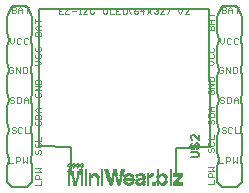
<source format=gto>
G75*
%MOIN*%
%OFA0B0*%
%FSLAX24Y24*%
%IPPOS*%
%LPD*%
%AMOC8*
5,1,8,0,0,1.08239X$1,22.5*
%
%ADD10C,0.0040*%
%ADD11C,0.0080*%
%ADD12R,0.0042X0.0007*%
%ADD13R,0.0035X0.0007*%
%ADD14R,0.0028X0.0007*%
%ADD15R,0.0099X0.0007*%
%ADD16R,0.0106X0.0007*%
%ADD17R,0.0092X0.0007*%
%ADD18R,0.0120X0.0007*%
%ADD19R,0.0113X0.0007*%
%ADD20R,0.0085X0.0007*%
%ADD21R,0.0333X0.0007*%
%ADD22R,0.0099X0.0007*%
%ADD23R,0.0106X0.0007*%
%ADD24R,0.0092X0.0007*%
%ADD25R,0.0163X0.0007*%
%ADD26R,0.0149X0.0007*%
%ADD27R,0.0092X0.0007*%
%ADD28R,0.0127X0.0007*%
%ADD29R,0.0333X0.0007*%
%ADD30R,0.0099X0.0007*%
%ADD31R,0.0106X0.0007*%
%ADD32R,0.0092X0.0007*%
%ADD33R,0.0113X0.0007*%
%ADD34R,0.0191X0.0007*%
%ADD35R,0.0177X0.0007*%
%ADD36R,0.0092X0.0007*%
%ADD37R,0.0149X0.0007*%
%ADD38R,0.0333X0.0007*%
%ADD39R,0.0120X0.0007*%
%ADD40R,0.0212X0.0007*%
%ADD41R,0.0191X0.0007*%
%ADD42R,0.0092X0.0007*%
%ADD43R,0.0177X0.0007*%
%ADD44R,0.0120X0.0007*%
%ADD45R,0.0234X0.0007*%
%ADD46R,0.0205X0.0007*%
%ADD47R,0.0099X0.0007*%
%ADD48R,0.0120X0.0007*%
%ADD49R,0.0092X0.0007*%
%ADD50R,0.0113X0.0007*%
%ADD51R,0.0120X0.0007*%
%ADD52R,0.0255X0.0007*%
%ADD53R,0.0220X0.0007*%
%ADD54R,0.0092X0.0007*%
%ADD55R,0.0106X0.0007*%
%ADD56R,0.0198X0.0007*%
%ADD57R,0.0333X0.0007*%
%ADD58R,0.0135X0.0007*%
%ADD59R,0.0127X0.0007*%
%ADD60R,0.0269X0.0007*%
%ADD61R,0.0326X0.0007*%
%ADD62R,0.0212X0.0007*%
%ADD63R,0.0135X0.0007*%
%ADD64R,0.0127X0.0007*%
%ADD65R,0.0127X0.0007*%
%ADD66R,0.0283X0.0007*%
%ADD67R,0.0333X0.0007*%
%ADD68R,0.0227X0.0007*%
%ADD69R,0.0135X0.0007*%
%ADD70R,0.0127X0.0007*%
%ADD71R,0.0290X0.0007*%
%ADD72R,0.0333X0.0007*%
%ADD73R,0.0135X0.0007*%
%ADD74R,0.0297X0.0007*%
%ADD75R,0.0340X0.0007*%
%ADD76R,0.0149X0.0007*%
%ADD77R,0.0135X0.0007*%
%ADD78R,0.0142X0.0007*%
%ADD79R,0.0312X0.0007*%
%ADD80R,0.0156X0.0007*%
%ADD81R,0.0340X0.0007*%
%ADD82R,0.0142X0.0007*%
%ADD83R,0.0120X0.0007*%
%ADD84R,0.0142X0.0007*%
%ADD85R,0.0326X0.0007*%
%ADD86R,0.0149X0.0007*%
%ADD87R,0.0142X0.0007*%
%ADD88R,0.0106X0.0007*%
%ADD89R,0.0127X0.0007*%
%ADD90R,0.0135X0.0007*%
%ADD91R,0.0113X0.0007*%
%ADD92R,0.0163X0.0007*%
%ADD93R,0.0163X0.0007*%
%ADD94R,0.0156X0.0007*%
%ADD95R,0.0113X0.0007*%
%ADD96R,0.0120X0.0007*%
%ADD97R,0.0163X0.0007*%
%ADD98R,0.0163X0.0007*%
%ADD99R,0.0085X0.0007*%
%ADD100R,0.0170X0.0007*%
%ADD101R,0.0177X0.0007*%
%ADD102R,0.0085X0.0007*%
%ADD103R,0.0078X0.0007*%
%ADD104R,0.0177X0.0007*%
%ADD105R,0.0106X0.0007*%
%ADD106R,0.0113X0.0007*%
%ADD107R,0.0085X0.0007*%
%ADD108R,0.0177X0.0007*%
%ADD109R,0.0085X0.0007*%
%ADD110R,0.0177X0.0007*%
%ADD111R,0.0177X0.0007*%
%ADD112R,0.0099X0.0007*%
%ADD113R,0.0184X0.0007*%
%ADD114R,0.0099X0.0007*%
%ADD115R,0.0368X0.0007*%
%ADD116R,0.0191X0.0007*%
%ADD117R,0.0368X0.0007*%
%ADD118R,0.0163X0.0007*%
%ADD119R,0.0184X0.0007*%
%ADD120R,0.0368X0.0007*%
%ADD121R,0.0290X0.0007*%
%ADD122R,0.0113X0.0007*%
%ADD123R,0.0085X0.0007*%
%ADD124R,0.0368X0.0007*%
%ADD125R,0.0276X0.0007*%
%ADD126R,0.0361X0.0007*%
%ADD127R,0.0255X0.0007*%
%ADD128R,0.0085X0.0007*%
%ADD129R,0.0361X0.0007*%
%ADD130R,0.0220X0.0007*%
%ADD131R,0.0361X0.0007*%
%ADD132R,0.0099X0.0007*%
%ADD133R,0.0106X0.0007*%
%ADD134R,0.0106X0.0007*%
%ADD135R,0.0120X0.0007*%
%ADD136R,0.0219X0.0007*%
%ADD137R,0.0142X0.0007*%
%ADD138R,0.0219X0.0007*%
%ADD139R,0.0312X0.0007*%
%ADD140R,0.0219X0.0007*%
%ADD141R,0.0347X0.0007*%
%ADD142R,0.0312X0.0007*%
%ADD143R,0.0304X0.0007*%
%ADD144R,0.0340X0.0007*%
%ADD145R,0.0312X0.0007*%
%ADD146R,0.0234X0.0007*%
%ADD147R,0.0297X0.0007*%
%ADD148R,0.0219X0.0007*%
%ADD149R,0.0312X0.0007*%
%ADD150R,0.0227X0.0007*%
%ADD151R,0.0283X0.0007*%
%ADD152R,0.0290X0.0007*%
%ADD153R,0.0269X0.0007*%
%ADD154R,0.0205X0.0007*%
%ADD155R,0.0184X0.0007*%
%ADD156R,0.0255X0.0007*%
%ADD157R,0.0198X0.0007*%
%ADD158R,0.0191X0.0007*%
%ADD159R,0.0184X0.0007*%
%ADD160R,0.0241X0.0007*%
%ADD161R,0.0255X0.0007*%
%ADD162R,0.0191X0.0007*%
%ADD163R,0.0198X0.0007*%
%ADD164R,0.0184X0.0007*%
%ADD165R,0.0234X0.0007*%
%ADD166R,0.0212X0.0007*%
%ADD167R,0.0184X0.0007*%
%ADD168R,0.0170X0.0007*%
%ADD169R,0.0170X0.0007*%
%ADD170R,0.0156X0.0007*%
%ADD171R,0.0035X0.0007*%
%ADD172R,0.0170X0.0007*%
%ADD173R,0.0042X0.0007*%
%ADD174R,0.0064X0.0007*%
%ADD175R,0.0028X0.0007*%
%ADD176R,0.0035X0.0007*%
%ADD177R,0.0156X0.0007*%
%ADD178R,0.0177X0.0007*%
%ADD179R,0.0170X0.0007*%
%ADD180R,0.0028X0.0007*%
%ADD181R,0.0028X0.0007*%
%ADD182R,0.0057X0.0007*%
%ADD183R,0.0057X0.0007*%
%ADD184R,0.0042X0.0007*%
%ADD185R,0.0043X0.0007*%
%ADD186R,0.0050X0.0007*%
%ADD187R,0.0050X0.0007*%
%ADD188R,0.0043X0.0007*%
%ADD189R,0.0043X0.0007*%
%ADD190R,0.0035X0.0007*%
%ADD191R,0.0035X0.0007*%
%ADD192R,0.0078X0.0007*%
%ADD193R,0.0064X0.0007*%
%ADD194C,0.0060*%
D10*
X001182Y000865D02*
X001382Y000865D01*
X001382Y000998D01*
X001382Y001086D02*
X001182Y001086D01*
X001182Y001186D01*
X001216Y001219D01*
X001282Y001219D01*
X001316Y001186D01*
X001316Y001086D01*
X001382Y001307D02*
X001182Y001307D01*
X001182Y001440D02*
X001382Y001440D01*
X001316Y001373D01*
X001382Y001307D01*
X000895Y001613D02*
X000895Y001813D01*
X000762Y001813D02*
X000762Y001613D01*
X000829Y001680D01*
X000895Y001613D01*
X000674Y001713D02*
X000674Y001780D01*
X000641Y001813D01*
X000541Y001813D01*
X000541Y001613D01*
X000541Y001680D02*
X000641Y001680D01*
X000674Y001713D01*
X000453Y001613D02*
X000320Y001613D01*
X000320Y001813D01*
X000432Y002597D02*
X000399Y002630D01*
X000432Y002597D02*
X000499Y002597D01*
X000532Y002630D01*
X000532Y002664D01*
X000499Y002697D01*
X000432Y002697D01*
X000399Y002731D01*
X000399Y002764D01*
X000432Y002797D01*
X000499Y002797D01*
X000532Y002764D01*
X000620Y002764D02*
X000620Y002630D01*
X000653Y002597D01*
X000720Y002597D01*
X000753Y002630D01*
X000841Y002597D02*
X000974Y002597D01*
X000841Y002597D02*
X000841Y002797D01*
X000753Y002764D02*
X000720Y002797D01*
X000653Y002797D01*
X000620Y002764D01*
X001182Y002906D02*
X001216Y002873D01*
X001249Y002873D01*
X001282Y002906D01*
X001282Y002973D01*
X001316Y003006D01*
X001349Y003006D01*
X001382Y002973D01*
X001382Y002906D01*
X001349Y002873D01*
X001182Y002906D02*
X001182Y002973D01*
X001216Y003006D01*
X001182Y003094D02*
X001182Y003194D01*
X001216Y003227D01*
X001349Y003227D01*
X001382Y003194D01*
X001382Y003094D01*
X001182Y003094D01*
X001249Y003315D02*
X001182Y003381D01*
X001249Y003448D01*
X001382Y003448D01*
X001282Y003448D02*
X001282Y003315D01*
X001249Y003315D02*
X001382Y003315D01*
X000935Y003621D02*
X000935Y003754D01*
X000868Y003821D01*
X000801Y003754D01*
X000801Y003621D01*
X000714Y003654D02*
X000714Y003788D01*
X000680Y003821D01*
X000580Y003821D01*
X000580Y003621D01*
X000680Y003621D01*
X000714Y003654D01*
X000801Y003721D02*
X000935Y003721D01*
X001182Y003851D02*
X001182Y003918D01*
X001216Y003951D01*
X001182Y003918D01*
X001182Y003851D01*
X001216Y003818D01*
X001349Y003818D01*
X001382Y003851D01*
X001382Y003918D01*
X001349Y003951D01*
X001282Y003951D01*
X001282Y003884D01*
X001282Y003951D01*
X001349Y003951D01*
X001382Y003918D01*
X001382Y003851D01*
X001349Y003818D01*
X001216Y003818D01*
X001182Y003851D01*
X001182Y004039D02*
X001382Y004172D01*
X001182Y004172D01*
X001382Y004172D01*
X001182Y004039D01*
X001382Y004039D01*
X001182Y004039D01*
X001182Y004260D02*
X001182Y004360D01*
X001216Y004393D01*
X001349Y004393D01*
X001382Y004360D01*
X001382Y004260D01*
X001182Y004260D01*
X001182Y004360D01*
X001216Y004393D01*
X001349Y004393D01*
X001382Y004360D01*
X001382Y004260D01*
X001182Y004260D01*
X000862Y004605D02*
X000762Y004605D01*
X000762Y004805D01*
X000862Y004805D01*
X000895Y004772D01*
X000895Y004638D01*
X000862Y004605D01*
X000674Y004605D02*
X000674Y004805D01*
X000541Y004805D02*
X000674Y004605D01*
X000541Y004605D02*
X000541Y004805D01*
X000453Y004772D02*
X000420Y004805D01*
X000353Y004805D01*
X000320Y004772D01*
X000320Y004638D01*
X000353Y004605D01*
X000420Y004605D01*
X000453Y004638D01*
X000453Y004705D01*
X000387Y004705D01*
X001186Y004887D02*
X001319Y004887D01*
X001386Y004954D01*
X001319Y005020D01*
X001186Y005020D01*
X001219Y005108D02*
X001353Y005108D01*
X001386Y005141D01*
X001386Y005208D01*
X001353Y005241D01*
X001353Y005329D02*
X001386Y005362D01*
X001386Y005429D01*
X001353Y005462D01*
X001353Y005329D02*
X001219Y005329D01*
X001186Y005362D01*
X001186Y005429D01*
X001219Y005462D01*
X001219Y005241D02*
X001186Y005208D01*
X001186Y005141D01*
X001219Y005108D01*
X000901Y005589D02*
X000935Y005623D01*
X000901Y005589D02*
X000835Y005589D01*
X000801Y005623D01*
X000801Y005756D01*
X000835Y005789D01*
X000901Y005789D01*
X000935Y005756D01*
X000714Y005756D02*
X000680Y005789D01*
X000614Y005789D01*
X000580Y005756D01*
X000580Y005623D01*
X000614Y005589D01*
X000680Y005589D01*
X000714Y005623D01*
X000493Y005656D02*
X000493Y005789D01*
X000359Y005789D02*
X000359Y005656D01*
X000426Y005589D01*
X000493Y005656D01*
X001170Y005834D02*
X001170Y005934D01*
X001204Y005967D01*
X001237Y005967D01*
X001270Y005934D01*
X001270Y005834D01*
X001370Y005834D02*
X001170Y005834D01*
X001270Y005934D02*
X001304Y005967D01*
X001337Y005967D01*
X001370Y005934D01*
X001370Y005834D01*
X001370Y006055D02*
X001237Y006055D01*
X001170Y006121D01*
X001237Y006188D01*
X001370Y006188D01*
X001270Y006188D02*
X001270Y006055D01*
X001170Y006276D02*
X001170Y006409D01*
X001170Y006342D02*
X001370Y006342D01*
X000907Y006613D02*
X000907Y006813D01*
X000841Y006813D02*
X000974Y006813D01*
X000753Y006746D02*
X000753Y006613D01*
X000753Y006713D02*
X000620Y006713D01*
X000620Y006746D02*
X000620Y006613D01*
X000532Y006646D02*
X000532Y006680D01*
X000499Y006713D01*
X000399Y006713D01*
X000399Y006613D02*
X000399Y006813D01*
X000499Y006813D01*
X000532Y006780D01*
X000532Y006746D01*
X000499Y006713D01*
X000532Y006646D02*
X000499Y006613D01*
X000399Y006613D01*
X000620Y006746D02*
X000686Y006813D01*
X000753Y006746D01*
X001968Y006795D02*
X001968Y006595D01*
X002102Y006595D01*
X002189Y006595D02*
X002323Y006595D01*
X002189Y006595D02*
X002189Y006629D01*
X002323Y006762D01*
X002323Y006795D01*
X002189Y006795D01*
X002102Y006795D02*
X001968Y006795D01*
X001968Y006695D02*
X002035Y006695D01*
X002410Y006695D02*
X002544Y006695D01*
X002631Y006595D02*
X002698Y006595D01*
X002665Y006595D02*
X002665Y006795D01*
X002698Y006795D02*
X002631Y006795D01*
X002779Y006762D02*
X002812Y006795D01*
X002879Y006795D01*
X002912Y006762D01*
X002912Y006729D01*
X002779Y006595D01*
X002912Y006595D01*
X003000Y006629D02*
X003033Y006595D01*
X003100Y006595D01*
X003133Y006629D01*
X003000Y006629D02*
X003000Y006762D01*
X003033Y006795D01*
X003100Y006795D01*
X003133Y006762D01*
X003442Y006762D02*
X003442Y006629D01*
X003475Y006595D01*
X003542Y006595D01*
X003575Y006629D01*
X003575Y006762D01*
X003542Y006795D01*
X003475Y006795D01*
X003442Y006762D01*
X003663Y006795D02*
X003663Y006595D01*
X003796Y006595D01*
X003884Y006595D02*
X004017Y006595D01*
X004105Y006595D02*
X004205Y006595D01*
X004238Y006629D01*
X004238Y006762D01*
X004205Y006795D01*
X004105Y006795D01*
X004105Y006595D01*
X003950Y006695D02*
X003884Y006695D01*
X003884Y006795D02*
X003884Y006595D01*
X003884Y006795D02*
X004017Y006795D01*
X004326Y006729D02*
X004326Y006662D01*
X004392Y006595D01*
X004473Y006629D02*
X004473Y006695D01*
X004573Y006695D01*
X004606Y006662D01*
X004606Y006629D01*
X004573Y006595D01*
X004506Y006595D01*
X004473Y006629D01*
X004473Y006695D02*
X004540Y006762D01*
X004606Y006795D01*
X004694Y006695D02*
X004827Y006695D01*
X004915Y006729D02*
X005048Y006595D01*
X005136Y006629D02*
X005169Y006595D01*
X005236Y006595D01*
X005269Y006629D01*
X005269Y006662D01*
X005236Y006695D01*
X005203Y006695D01*
X005236Y006695D02*
X005269Y006729D01*
X005269Y006762D01*
X005236Y006795D01*
X005169Y006795D01*
X005136Y006762D01*
X005048Y006729D02*
X004915Y006595D01*
X004794Y006595D02*
X004794Y006795D01*
X004694Y006695D01*
X004392Y006795D02*
X004326Y006729D01*
X005357Y006762D02*
X005390Y006795D01*
X005457Y006795D01*
X005490Y006762D01*
X005490Y006729D01*
X005357Y006595D01*
X005490Y006595D01*
X005578Y006595D02*
X005645Y006662D01*
X005645Y006729D01*
X005578Y006795D01*
X005946Y006795D02*
X005946Y006662D01*
X006013Y006595D01*
X006080Y006662D01*
X006080Y006795D01*
X006167Y006762D02*
X006201Y006795D01*
X006267Y006795D01*
X006301Y006762D01*
X006301Y006729D01*
X006167Y006595D01*
X006301Y006595D01*
X006934Y006610D02*
X006934Y006476D01*
X006934Y006543D02*
X007134Y006543D01*
X007134Y006389D02*
X007001Y006389D01*
X006934Y006322D01*
X007001Y006255D01*
X007134Y006255D01*
X007101Y006168D02*
X007134Y006134D01*
X007134Y006034D01*
X006934Y006034D01*
X006934Y006134D01*
X006968Y006168D01*
X007001Y006168D01*
X007034Y006134D01*
X007034Y006034D01*
X007034Y006134D02*
X007068Y006168D01*
X007101Y006168D01*
X007034Y006255D02*
X007034Y006389D01*
X007399Y006613D02*
X007499Y006613D01*
X007532Y006646D01*
X007532Y006680D01*
X007499Y006713D01*
X007399Y006713D01*
X007499Y006713D02*
X007532Y006746D01*
X007532Y006780D01*
X007499Y006813D01*
X007399Y006813D01*
X007399Y006613D01*
X007620Y006613D02*
X007620Y006746D01*
X007686Y006813D01*
X007753Y006746D01*
X007753Y006613D01*
X007753Y006713D02*
X007620Y006713D01*
X007841Y006813D02*
X007974Y006813D01*
X007907Y006813D02*
X007907Y006613D01*
X007901Y005789D02*
X007835Y005789D01*
X007801Y005756D01*
X007801Y005623D01*
X007835Y005589D01*
X007901Y005589D01*
X007935Y005623D01*
X007935Y005756D02*
X007901Y005789D01*
X007714Y005756D02*
X007680Y005789D01*
X007614Y005789D01*
X007580Y005756D01*
X007580Y005623D01*
X007614Y005589D01*
X007680Y005589D01*
X007714Y005623D01*
X007493Y005656D02*
X007493Y005789D01*
X007493Y005656D02*
X007426Y005589D01*
X007359Y005656D01*
X007359Y005789D01*
X007125Y005460D02*
X007158Y005427D01*
X007158Y005360D01*
X007125Y005326D01*
X006991Y005326D01*
X006958Y005360D01*
X006958Y005427D01*
X006991Y005460D01*
X006991Y005239D02*
X006958Y005206D01*
X006958Y005139D01*
X006991Y005105D01*
X007125Y005105D01*
X007158Y005139D01*
X007158Y005206D01*
X007125Y005239D01*
X007091Y005018D02*
X006958Y005018D01*
X007091Y005018D02*
X007158Y004951D01*
X007091Y004884D01*
X006958Y004884D01*
X007320Y004772D02*
X007320Y004638D01*
X007353Y004605D01*
X007420Y004605D01*
X007453Y004638D01*
X007453Y004705D01*
X007387Y004705D01*
X007453Y004772D02*
X007420Y004805D01*
X007353Y004805D01*
X007320Y004772D01*
X007541Y004805D02*
X007674Y004605D01*
X007674Y004805D01*
X007762Y004805D02*
X007862Y004805D01*
X007895Y004772D01*
X007895Y004638D01*
X007862Y004605D01*
X007762Y004605D01*
X007762Y004805D01*
X007541Y004805D02*
X007541Y004605D01*
X007158Y004442D02*
X007158Y004342D01*
X006958Y004342D01*
X006958Y004442D01*
X006991Y004476D01*
X007125Y004476D01*
X007158Y004442D01*
X007158Y004255D02*
X006958Y004255D01*
X006958Y004121D02*
X007158Y004255D01*
X007158Y004121D02*
X006958Y004121D01*
X006991Y004034D02*
X006958Y004000D01*
X006958Y003934D01*
X006991Y003900D01*
X007125Y003900D01*
X007158Y003934D01*
X007158Y004000D01*
X007125Y004034D01*
X007058Y004034D01*
X007058Y003967D01*
X007359Y003788D02*
X007359Y003754D01*
X007393Y003721D01*
X007459Y003721D01*
X007493Y003687D01*
X007493Y003654D01*
X007459Y003621D01*
X007393Y003621D01*
X007359Y003654D01*
X007359Y003788D02*
X007393Y003821D01*
X007459Y003821D01*
X007493Y003788D01*
X007580Y003821D02*
X007680Y003821D01*
X007714Y003788D01*
X007714Y003654D01*
X007680Y003621D01*
X007580Y003621D01*
X007580Y003821D01*
X007801Y003754D02*
X007801Y003621D01*
X007801Y003721D02*
X007935Y003721D01*
X007935Y003754D02*
X007935Y003621D01*
X007935Y003754D02*
X007868Y003821D01*
X007801Y003754D01*
X007158Y003491D02*
X007025Y003491D01*
X006958Y003425D01*
X007025Y003358D01*
X007158Y003358D01*
X007125Y003270D02*
X006991Y003270D01*
X006958Y003237D01*
X006958Y003137D01*
X007158Y003137D01*
X007158Y003237D01*
X007125Y003270D01*
X007058Y003358D02*
X007058Y003491D01*
X007091Y003049D02*
X007125Y003049D01*
X007158Y003016D01*
X007158Y002949D01*
X007125Y002916D01*
X007058Y002949D02*
X007058Y003016D01*
X007091Y003049D01*
X006991Y003049D02*
X006958Y003016D01*
X006958Y002949D01*
X006991Y002916D01*
X007025Y002916D01*
X007058Y002949D01*
X007399Y002764D02*
X007399Y002731D01*
X007432Y002697D01*
X007499Y002697D01*
X007532Y002664D01*
X007532Y002630D01*
X007499Y002597D01*
X007432Y002597D01*
X007399Y002630D01*
X007399Y002764D02*
X007432Y002797D01*
X007499Y002797D01*
X007532Y002764D01*
X007620Y002764D02*
X007620Y002630D01*
X007653Y002597D01*
X007720Y002597D01*
X007753Y002630D01*
X007841Y002597D02*
X007974Y002597D01*
X007841Y002597D02*
X007841Y002797D01*
X007753Y002764D02*
X007720Y002797D01*
X007653Y002797D01*
X007620Y002764D01*
X007158Y002547D02*
X007158Y002413D01*
X006958Y002413D01*
X006991Y002326D02*
X006958Y002292D01*
X006958Y002225D01*
X006991Y002192D01*
X007125Y002192D01*
X007158Y002225D01*
X007158Y002292D01*
X007125Y002326D01*
X007125Y002105D02*
X007158Y002071D01*
X007158Y002004D01*
X007125Y001971D01*
X007058Y002004D02*
X007058Y002071D01*
X007091Y002105D01*
X007125Y002105D01*
X006991Y002105D02*
X006958Y002071D01*
X006958Y002004D01*
X006991Y001971D01*
X007025Y001971D01*
X007058Y002004D01*
X007320Y001813D02*
X007320Y001613D01*
X007453Y001613D01*
X007541Y001613D02*
X007541Y001813D01*
X007641Y001813D01*
X007674Y001780D01*
X007674Y001713D01*
X007641Y001680D01*
X007541Y001680D01*
X007762Y001613D02*
X007829Y001680D01*
X007895Y001613D01*
X007895Y001813D01*
X007762Y001813D02*
X007762Y001613D01*
X007158Y001484D02*
X006958Y001484D01*
X006958Y001350D02*
X007158Y001350D01*
X007091Y001417D01*
X007158Y001484D01*
X007058Y001263D02*
X007091Y001229D01*
X007091Y001129D01*
X007158Y001129D02*
X006958Y001129D01*
X006958Y001229D01*
X006991Y001263D01*
X007058Y001263D01*
X007158Y001042D02*
X007158Y000908D01*
X006958Y000908D01*
X001374Y001945D02*
X001341Y001912D01*
X001374Y001945D02*
X001374Y002012D01*
X001341Y002045D01*
X001308Y002045D01*
X001274Y002012D01*
X001274Y001945D01*
X001241Y001912D01*
X001208Y001912D01*
X001174Y001945D01*
X001174Y002012D01*
X001208Y002045D01*
X001208Y002133D02*
X001341Y002133D01*
X001374Y002166D01*
X001374Y002233D01*
X001341Y002266D01*
X001374Y002354D02*
X001374Y002487D01*
X001374Y002354D02*
X001174Y002354D01*
X001208Y002266D02*
X001174Y002233D01*
X001174Y002166D01*
X001208Y002133D01*
X000459Y003621D02*
X000393Y003621D01*
X000359Y003654D01*
X000393Y003721D02*
X000459Y003721D01*
X000493Y003687D01*
X000493Y003654D01*
X000459Y003621D01*
X000393Y003721D02*
X000359Y003754D01*
X000359Y003788D01*
X000393Y003821D01*
X000459Y003821D01*
X000493Y003788D01*
D11*
X000249Y000977D02*
X000420Y000805D01*
X000920Y000805D01*
X001091Y000977D01*
X001091Y001477D01*
X001038Y001727D01*
X001091Y001977D01*
X001091Y002477D01*
X001038Y002727D01*
X001091Y002977D01*
X001091Y003477D01*
X001038Y003727D01*
X001091Y003977D01*
X001091Y004477D01*
X001038Y004727D01*
X001091Y004977D01*
X001091Y005477D01*
X001038Y005727D01*
X001091Y005977D01*
X001091Y006477D01*
X000920Y006845D01*
X000420Y006845D01*
X000249Y006477D01*
X000249Y005977D01*
X000302Y005727D01*
X000249Y005477D01*
X000249Y004977D01*
X000302Y004727D01*
X000249Y004477D01*
X000249Y003977D01*
X000302Y003727D01*
X000249Y003477D01*
X000249Y002977D01*
X000302Y002727D01*
X000249Y002477D01*
X000249Y001977D01*
X000302Y001727D01*
X000249Y001477D01*
X000249Y000977D01*
X001304Y002175D02*
X001298Y006742D01*
X006985Y006731D01*
X007009Y002136D01*
X005865Y002105D01*
X005865Y001268D01*
X007249Y001477D02*
X007249Y000977D01*
X007420Y000805D01*
X007920Y000805D01*
X008091Y000977D01*
X008091Y001477D01*
X008038Y001727D01*
X008091Y001977D01*
X008091Y002477D01*
X008038Y002727D01*
X008091Y002977D01*
X008091Y003477D01*
X008038Y003727D01*
X008091Y003977D01*
X008091Y004477D01*
X008038Y004727D01*
X008091Y004977D01*
X008091Y005477D01*
X008038Y005727D01*
X008091Y005977D01*
X008091Y006477D01*
X007920Y006845D01*
X007420Y006845D01*
X007249Y006477D01*
X007249Y005977D01*
X007302Y005727D01*
X007249Y005477D01*
X007249Y004977D01*
X007302Y004727D01*
X007249Y004477D01*
X007249Y003977D01*
X007302Y003727D01*
X007249Y003477D01*
X007249Y002977D01*
X007302Y002727D01*
X007249Y002477D01*
X007249Y001977D01*
X007302Y001727D01*
X007249Y001477D01*
X002389Y001284D02*
X002389Y002156D01*
X001304Y002175D01*
D12*
X002289Y001496D03*
X002289Y001489D03*
X002332Y001440D03*
X002466Y001440D03*
X002509Y001496D03*
X002495Y001539D03*
X002558Y001496D03*
X002558Y001489D03*
X002601Y001440D03*
X002643Y001496D03*
X002629Y001539D03*
X002693Y001496D03*
X002693Y001489D03*
X002735Y001440D03*
X002778Y001496D03*
X002764Y001539D03*
X002360Y001539D03*
X004314Y000845D03*
D13*
X004644Y000845D03*
X002328Y001588D03*
D14*
X005115Y001248D03*
X005440Y000845D03*
D15*
X005440Y000852D03*
X005554Y001001D03*
X005554Y001015D03*
X005554Y001050D03*
X005554Y001064D03*
X005547Y001114D03*
X005695Y001114D03*
X005695Y001100D03*
X005695Y001064D03*
X005695Y001050D03*
X005695Y001015D03*
X005695Y001001D03*
X005695Y000965D03*
X005695Y000951D03*
X005695Y000923D03*
X005695Y000901D03*
X005695Y000873D03*
X005695Y000852D03*
X005695Y001142D03*
X005695Y001163D03*
X005695Y001192D03*
X005695Y001213D03*
X005695Y001291D03*
X005695Y001319D03*
X005695Y001340D03*
X005695Y001369D03*
X005285Y001100D03*
X004959Y001064D03*
X004959Y001050D03*
X004959Y001015D03*
X004959Y001001D03*
X004959Y000965D03*
X004959Y000951D03*
X004959Y000923D03*
X004959Y000901D03*
X004959Y000873D03*
X004959Y000852D03*
X004810Y001001D03*
X004810Y001015D03*
X004810Y001114D03*
X004810Y001142D03*
X004584Y001142D03*
X004576Y001001D03*
X004435Y000965D03*
X004428Y000951D03*
X004435Y001100D03*
X004421Y001142D03*
X004180Y001114D03*
X004180Y001100D03*
X004052Y001142D03*
X004045Y001114D03*
X004038Y001100D03*
X004031Y001064D03*
X004024Y001050D03*
X003904Y001100D03*
X003890Y001163D03*
X003642Y001050D03*
X003698Y000852D03*
X003968Y000852D03*
X004187Y000965D03*
X003274Y000965D03*
X003274Y000951D03*
X003274Y000923D03*
X003274Y000901D03*
X003274Y000873D03*
X003274Y000852D03*
X003274Y001001D03*
X003274Y001015D03*
X003274Y001050D03*
X003274Y001064D03*
X003274Y001100D03*
X003274Y001114D03*
X003026Y001114D03*
X003026Y001100D03*
X002877Y001100D03*
X002877Y001114D03*
X002877Y001142D03*
X002877Y001163D03*
X002877Y001192D03*
X002877Y001213D03*
X002877Y001291D03*
X002877Y001319D03*
X002877Y001340D03*
X002877Y001369D03*
X002728Y001192D03*
X002728Y001163D03*
X002728Y001142D03*
X002728Y001114D03*
X002728Y001100D03*
X002728Y001064D03*
X002728Y001050D03*
X002728Y001015D03*
X002728Y001001D03*
X002728Y000965D03*
X002728Y000951D03*
X002728Y000923D03*
X002728Y000901D03*
X002728Y000873D03*
X002728Y000852D03*
X002877Y000852D03*
X002877Y000873D03*
X002877Y000901D03*
X002877Y000923D03*
X002877Y000951D03*
X002877Y000965D03*
X002877Y001001D03*
X002877Y001015D03*
X002877Y001050D03*
X002877Y001064D03*
X002325Y001064D03*
X002325Y001050D03*
X002325Y001015D03*
X002325Y001001D03*
X002325Y000965D03*
X002325Y000951D03*
X002325Y000923D03*
X002325Y000901D03*
X002325Y000873D03*
X002325Y000852D03*
X002325Y001100D03*
X002325Y001114D03*
X002325Y001142D03*
X002325Y001163D03*
X002325Y001192D03*
D16*
X002527Y000852D03*
X003263Y001142D03*
X003596Y001213D03*
X003603Y001192D03*
X003610Y001163D03*
X003617Y001142D03*
X003624Y001114D03*
X003638Y001064D03*
X003589Y001241D03*
X004056Y001163D03*
X004063Y001192D03*
X004070Y001213D03*
X004091Y001291D03*
X004099Y001319D03*
X004106Y001340D03*
X004113Y001369D03*
X004191Y001142D03*
X004191Y000951D03*
X004807Y000965D03*
X004807Y001100D03*
X005076Y001213D03*
X005288Y001114D03*
X005288Y000965D03*
X005139Y000951D03*
X005139Y000923D03*
X005139Y000901D03*
X005139Y000873D03*
X005139Y000852D03*
X005543Y000965D03*
D17*
X005281Y001001D03*
X005281Y001015D03*
X005281Y001050D03*
X005281Y001064D03*
X005281Y001192D03*
X005281Y001213D03*
X005281Y001241D03*
X005281Y001291D03*
X005281Y001319D03*
X005281Y001340D03*
X005281Y001369D03*
X004955Y001213D03*
X004955Y001192D03*
X004573Y001114D03*
X004431Y001114D03*
X004176Y001001D03*
X003914Y001050D03*
X003914Y001064D03*
X003900Y001114D03*
X003893Y001142D03*
X003773Y001142D03*
X003766Y001114D03*
X003752Y001050D03*
X003419Y001050D03*
X003419Y001064D03*
X003419Y001100D03*
X003419Y001114D03*
X003419Y001142D03*
X003419Y001163D03*
X003419Y001192D03*
X003419Y001213D03*
X003419Y001291D03*
X003419Y001319D03*
X003419Y001340D03*
X003419Y001369D03*
X003419Y001015D03*
X003419Y001001D03*
X003419Y000965D03*
X003419Y000951D03*
X003419Y000923D03*
X003419Y000901D03*
X003419Y000873D03*
X003419Y000852D03*
X003022Y000852D03*
X003022Y000873D03*
X003022Y000901D03*
X003022Y000923D03*
X003022Y000951D03*
X003022Y000965D03*
X003022Y001001D03*
X003022Y001015D03*
X003022Y001050D03*
X003022Y001064D03*
X003022Y001192D03*
X003022Y001213D03*
X002732Y001468D03*
X002463Y001468D03*
X002328Y001468D03*
X002427Y001192D03*
X002434Y001163D03*
X002442Y001142D03*
X002463Y001064D03*
X002463Y001050D03*
X002477Y001001D03*
X002590Y001050D03*
X002619Y001163D03*
X002626Y001192D03*
X005281Y000901D03*
X005281Y000873D03*
X005281Y000852D03*
D18*
X005295Y000951D03*
X005295Y001142D03*
X005069Y001192D03*
X004311Y001241D03*
X004212Y001163D03*
X004311Y000852D03*
X005996Y001100D03*
D19*
X005964Y001064D03*
X005908Y001001D03*
X005865Y000951D03*
X005532Y000951D03*
X005532Y001142D03*
X004803Y000951D03*
X004640Y000852D03*
X004576Y000923D03*
X004591Y001015D03*
X004598Y001163D03*
X003968Y000873D03*
X003698Y000873D03*
X003571Y001319D03*
X003564Y001340D03*
X003557Y001369D03*
X003033Y001142D03*
D20*
X002601Y001100D03*
X002594Y001064D03*
X002452Y001100D03*
X004817Y000852D03*
D21*
X005947Y000852D03*
X005947Y000873D03*
X005947Y000901D03*
X005947Y000923D03*
D22*
X005695Y000908D03*
X005695Y000859D03*
X005695Y000958D03*
X005695Y001008D03*
X005695Y001057D03*
X005695Y001107D03*
X005695Y001156D03*
X005695Y001206D03*
X005695Y001326D03*
X005695Y001376D03*
X005547Y001107D03*
X005554Y001057D03*
X005554Y001008D03*
X005285Y001107D03*
X004959Y001057D03*
X004959Y001008D03*
X004959Y000958D03*
X004959Y000908D03*
X004959Y000859D03*
X004810Y001008D03*
X004810Y001107D03*
X004591Y001156D03*
X004435Y001107D03*
X004428Y000958D03*
X004187Y000958D03*
X004180Y001107D03*
X004052Y001156D03*
X004038Y001107D03*
X004067Y001206D03*
X003968Y000859D03*
X003698Y000859D03*
X003642Y001057D03*
X003628Y001107D03*
X003613Y001156D03*
X003274Y001107D03*
X003274Y001057D03*
X003274Y001008D03*
X003274Y000958D03*
X003274Y000908D03*
X003274Y000859D03*
X003026Y001107D03*
X002877Y001107D03*
X002877Y001156D03*
X002877Y001206D03*
X002877Y001326D03*
X002877Y001376D03*
X002728Y001156D03*
X002728Y001107D03*
X002728Y001057D03*
X002728Y001008D03*
X002728Y000958D03*
X002728Y000908D03*
X002728Y000859D03*
X002877Y000859D03*
X002877Y000908D03*
X002877Y000958D03*
X002877Y001008D03*
X002877Y001057D03*
X002325Y001057D03*
X002325Y001008D03*
X002325Y000958D03*
X002325Y000908D03*
X002325Y000859D03*
X002325Y001107D03*
X002325Y001156D03*
D23*
X002527Y000859D03*
X003567Y001326D03*
X003603Y001206D03*
X004099Y001326D03*
X004410Y001156D03*
X004580Y001008D03*
X004807Y000958D03*
X004800Y001156D03*
X005139Y000908D03*
X005139Y000859D03*
X005536Y000958D03*
D24*
X005281Y001008D03*
X005281Y001057D03*
X005281Y001206D03*
X005281Y001326D03*
X005281Y001376D03*
X004955Y001206D03*
X005281Y000859D03*
X003914Y001057D03*
X003900Y001107D03*
X003893Y001156D03*
X003766Y001107D03*
X003419Y001107D03*
X003419Y001156D03*
X003419Y001206D03*
X003419Y001326D03*
X003419Y001376D03*
X003419Y001057D03*
X003419Y001008D03*
X003419Y000958D03*
X003419Y000908D03*
X003419Y000859D03*
X003022Y000859D03*
X003022Y000908D03*
X003022Y000958D03*
X003022Y001008D03*
X003022Y001057D03*
X003022Y001206D03*
X002619Y001156D03*
X002604Y001107D03*
X002463Y001057D03*
X002477Y001008D03*
X002434Y001156D03*
D25*
X002696Y001326D03*
X004311Y000859D03*
D26*
X004644Y000859D03*
D27*
X004566Y000958D03*
X004814Y000859D03*
X004028Y001057D03*
X002449Y001107D03*
D28*
X003833Y001326D03*
X003968Y000908D03*
X005440Y000859D03*
D29*
X005401Y000908D03*
X005947Y000908D03*
X005947Y000859D03*
D30*
X005695Y000866D03*
X005695Y000880D03*
X005695Y000894D03*
X005695Y000916D03*
X005695Y000930D03*
X005695Y000944D03*
X005695Y000972D03*
X005695Y000979D03*
X005695Y000993D03*
X005695Y001022D03*
X005695Y001036D03*
X005695Y001043D03*
X005695Y001071D03*
X005695Y001085D03*
X005695Y001093D03*
X005695Y001121D03*
X005695Y001135D03*
X005695Y001149D03*
X005695Y001170D03*
X005695Y001185D03*
X005695Y001199D03*
X005695Y001220D03*
X005695Y001234D03*
X005695Y001284D03*
X005695Y001298D03*
X005695Y001312D03*
X005695Y001333D03*
X005695Y001347D03*
X005695Y001362D03*
X005554Y001093D03*
X005554Y001085D03*
X005554Y001071D03*
X005554Y001043D03*
X005554Y001036D03*
X005554Y001022D03*
X005547Y000979D03*
X005285Y000979D03*
X005285Y000993D03*
X005285Y001093D03*
X005079Y001220D03*
X004959Y001093D03*
X004959Y001085D03*
X004959Y001071D03*
X004959Y001043D03*
X004959Y001036D03*
X004959Y001022D03*
X004959Y000993D03*
X004959Y000979D03*
X004959Y000972D03*
X004959Y000944D03*
X004959Y000930D03*
X004959Y000916D03*
X004959Y000894D03*
X004959Y000880D03*
X004959Y000866D03*
X004810Y000972D03*
X004810Y000979D03*
X004810Y000993D03*
X004810Y001022D03*
X004810Y001121D03*
X004810Y001135D03*
X004803Y001149D03*
X004584Y001149D03*
X004435Y001093D03*
X004569Y000979D03*
X004569Y000944D03*
X004180Y000972D03*
X004180Y000979D03*
X004180Y001121D03*
X004060Y001170D03*
X004060Y001185D03*
X004067Y001199D03*
X004074Y001234D03*
X004081Y001263D03*
X004088Y001284D03*
X004095Y001312D03*
X004102Y001333D03*
X004109Y001362D03*
X004052Y001149D03*
X004045Y001135D03*
X004045Y001121D03*
X004038Y001093D03*
X004031Y001071D03*
X004024Y001043D03*
X003918Y001043D03*
X003911Y001071D03*
X003649Y001036D03*
X003635Y001085D03*
X003621Y001135D03*
X003606Y001185D03*
X003274Y001093D03*
X003274Y001085D03*
X003274Y001071D03*
X003274Y001043D03*
X003274Y001036D03*
X003274Y001022D03*
X003274Y000993D03*
X003274Y000979D03*
X003274Y000972D03*
X003274Y000944D03*
X003274Y000930D03*
X003274Y000916D03*
X003274Y000894D03*
X003274Y000880D03*
X003274Y000866D03*
X003026Y001093D03*
X002877Y001093D03*
X002877Y001085D03*
X002877Y001071D03*
X002877Y001043D03*
X002877Y001036D03*
X002877Y001022D03*
X002877Y000993D03*
X002877Y000979D03*
X002877Y000972D03*
X002877Y000944D03*
X002877Y000930D03*
X002877Y000916D03*
X002877Y000894D03*
X002877Y000880D03*
X002877Y000866D03*
X002728Y000866D03*
X002728Y000880D03*
X002728Y000894D03*
X002728Y000916D03*
X002728Y000930D03*
X002728Y000944D03*
X002728Y000972D03*
X002728Y000979D03*
X002728Y000993D03*
X002728Y001022D03*
X002728Y001036D03*
X002728Y001043D03*
X002728Y001071D03*
X002728Y001085D03*
X002728Y001093D03*
X002728Y001121D03*
X002728Y001135D03*
X002728Y001149D03*
X002728Y001170D03*
X002728Y001185D03*
X002728Y001199D03*
X002877Y001199D03*
X002877Y001185D03*
X002877Y001170D03*
X002877Y001149D03*
X002877Y001135D03*
X002877Y001121D03*
X002877Y001220D03*
X002877Y001234D03*
X002877Y001284D03*
X002877Y001298D03*
X002877Y001312D03*
X002877Y001333D03*
X002877Y001347D03*
X002877Y001362D03*
X002325Y001199D03*
X002325Y001185D03*
X002325Y001170D03*
X002325Y001149D03*
X002325Y001135D03*
X002325Y001121D03*
X002325Y001093D03*
X002325Y001085D03*
X002325Y001071D03*
X002325Y001043D03*
X002325Y001036D03*
X002325Y001022D03*
X002325Y000993D03*
X002325Y000979D03*
X002325Y000972D03*
X002325Y000944D03*
X002325Y000930D03*
X002325Y000916D03*
X002325Y000894D03*
X002325Y000880D03*
X002325Y000866D03*
D31*
X002527Y000866D03*
X003029Y001121D03*
X003270Y001121D03*
X003270Y001135D03*
X003567Y001333D03*
X003560Y001362D03*
X003575Y001298D03*
X003589Y001248D03*
X003596Y001234D03*
X003596Y001220D03*
X003603Y001199D03*
X003610Y001170D03*
X003617Y001149D03*
X003624Y001121D03*
X003638Y001071D03*
X003645Y001043D03*
X003695Y000866D03*
X004070Y001220D03*
X004084Y001270D03*
X004091Y001298D03*
X004106Y001347D03*
X004198Y001149D03*
X004191Y001135D03*
X004198Y000944D03*
X004424Y000944D03*
X004573Y000930D03*
X005139Y000930D03*
X005139Y000944D03*
X005139Y000916D03*
X005139Y000894D03*
X005139Y000880D03*
X005139Y000866D03*
X005288Y000972D03*
X005288Y001121D03*
X005536Y001135D03*
X005543Y001121D03*
X005543Y000972D03*
D32*
X005281Y001022D03*
X005281Y001036D03*
X005281Y001043D03*
X005281Y001071D03*
X005281Y001085D03*
X005281Y001185D03*
X005281Y001199D03*
X005281Y001220D03*
X005281Y001234D03*
X005281Y001248D03*
X005281Y001263D03*
X005281Y001270D03*
X005281Y001284D03*
X005281Y001298D03*
X005281Y001312D03*
X005281Y001333D03*
X005281Y001347D03*
X005281Y001362D03*
X004955Y001234D03*
X004955Y001220D03*
X004955Y001199D03*
X004580Y001135D03*
X004573Y000993D03*
X004438Y001085D03*
X004431Y001121D03*
X004424Y001135D03*
X004176Y000993D03*
X004021Y001036D03*
X004035Y001085D03*
X003921Y001036D03*
X003907Y001085D03*
X003907Y001093D03*
X003900Y001121D03*
X003893Y001135D03*
X003893Y001149D03*
X003886Y001170D03*
X003886Y001185D03*
X003773Y001149D03*
X003773Y001135D03*
X003766Y001121D03*
X003759Y001085D03*
X003419Y001085D03*
X003419Y001093D03*
X003419Y001071D03*
X003419Y001043D03*
X003419Y001036D03*
X003419Y001022D03*
X003419Y000993D03*
X003419Y000979D03*
X003419Y000972D03*
X003419Y000944D03*
X003419Y000930D03*
X003419Y000916D03*
X003419Y000894D03*
X003419Y000880D03*
X003419Y000866D03*
X003419Y001121D03*
X003419Y001135D03*
X003419Y001149D03*
X003419Y001170D03*
X003419Y001185D03*
X003419Y001199D03*
X003419Y001220D03*
X003419Y001234D03*
X003419Y001284D03*
X003419Y001298D03*
X003419Y001312D03*
X003419Y001333D03*
X003419Y001347D03*
X003419Y001362D03*
X003022Y001234D03*
X003022Y001220D03*
X003022Y001199D03*
X003022Y001185D03*
X003022Y001085D03*
X003022Y001071D03*
X003022Y001043D03*
X003022Y001036D03*
X003022Y001022D03*
X003022Y000993D03*
X003022Y000979D03*
X003022Y000972D03*
X003022Y000944D03*
X003022Y000930D03*
X003022Y000916D03*
X003022Y000894D03*
X003022Y000880D03*
X003022Y000866D03*
X002611Y001135D03*
X002626Y001185D03*
X002442Y001149D03*
X002442Y001135D03*
X002434Y001170D03*
X002427Y001185D03*
X002427Y001199D03*
X002456Y001093D03*
X002456Y001085D03*
X002470Y001036D03*
X005281Y000894D03*
X005281Y000880D03*
X005281Y000866D03*
D33*
X005292Y001135D03*
X004803Y001093D03*
X003968Y000880D03*
X003968Y000866D03*
X003698Y000880D03*
X003259Y001149D03*
X003033Y001135D03*
X003571Y001312D03*
X003564Y001347D03*
X005858Y000944D03*
X005886Y000979D03*
X006014Y001121D03*
D34*
X005444Y000880D03*
X004658Y001043D03*
X004311Y000866D03*
X003971Y001022D03*
X003695Y001022D03*
X002682Y001220D03*
X002371Y001220D03*
X002371Y001234D03*
D35*
X002364Y001284D03*
X002364Y001298D03*
X002527Y000979D03*
X002527Y000972D03*
X003695Y000993D03*
X004644Y000866D03*
D36*
X004566Y000972D03*
X004814Y001036D03*
X004814Y001043D03*
X004814Y000880D03*
X004814Y000866D03*
X005451Y001234D03*
X003780Y001185D03*
X003780Y001170D03*
X002449Y001121D03*
D37*
X002527Y000944D03*
X002527Y000930D03*
X003695Y000944D03*
X003971Y000944D03*
X005309Y000930D03*
X005444Y000866D03*
X005451Y001220D03*
D38*
X005401Y000916D03*
X005947Y000916D03*
X005947Y000894D03*
X005947Y000880D03*
X005947Y000866D03*
X003143Y001170D03*
D39*
X002527Y000873D03*
X004403Y001163D03*
X004792Y001163D03*
X005876Y000965D03*
X005918Y001015D03*
X006010Y001114D03*
X006032Y001142D03*
D40*
X004307Y000873D03*
D41*
X004644Y000873D03*
X003971Y001015D03*
X003836Y001192D03*
X002682Y001213D03*
X002371Y001241D03*
D42*
X002449Y001114D03*
X002597Y001468D03*
X003780Y001163D03*
X004566Y000965D03*
X004566Y000951D03*
X004814Y000873D03*
D43*
X005444Y000873D03*
X005451Y001213D03*
X003971Y001001D03*
X003192Y001213D03*
D44*
X003695Y000894D03*
X004800Y000944D03*
X005529Y000944D03*
X005529Y001149D03*
X005883Y000972D03*
X005925Y001022D03*
X005968Y001071D03*
X005982Y001085D03*
X006025Y001135D03*
X002527Y000880D03*
D45*
X004311Y000880D03*
X005451Y001185D03*
D46*
X004644Y000880D03*
D47*
X004569Y000937D03*
X004569Y000986D03*
X004428Y001128D03*
X004187Y001128D03*
X004074Y001227D03*
X004081Y001255D03*
X004088Y001277D03*
X004095Y001305D03*
X004060Y001178D03*
X004045Y001128D03*
X004031Y001078D03*
X004180Y000986D03*
X003635Y001078D03*
X003621Y001128D03*
X003274Y001078D03*
X003274Y001029D03*
X003274Y000986D03*
X003274Y000937D03*
X003274Y000887D03*
X002877Y000887D03*
X002877Y000937D03*
X002877Y000986D03*
X002877Y001029D03*
X002877Y001078D03*
X002877Y001128D03*
X002877Y001178D03*
X002877Y001227D03*
X002877Y001305D03*
X002877Y001355D03*
X002728Y001178D03*
X002728Y001128D03*
X002728Y001078D03*
X002728Y001029D03*
X002728Y000986D03*
X002728Y000937D03*
X002728Y000887D03*
X002325Y000887D03*
X002325Y000937D03*
X002325Y000986D03*
X002325Y001029D03*
X002325Y001078D03*
X002325Y001128D03*
X002325Y001178D03*
X004810Y001128D03*
X004810Y000986D03*
X004959Y000986D03*
X004959Y001029D03*
X004959Y001078D03*
X004959Y000937D03*
X004959Y000887D03*
X005285Y000986D03*
X005547Y000986D03*
X005554Y001029D03*
X005554Y001078D03*
X005695Y001078D03*
X005695Y001029D03*
X005695Y000986D03*
X005695Y000937D03*
X005695Y000887D03*
X005695Y001128D03*
X005695Y001178D03*
X005695Y001227D03*
X005695Y001305D03*
X005695Y001355D03*
D48*
X005975Y001078D03*
X005932Y001029D03*
X005522Y000937D03*
X002527Y000887D03*
D49*
X002470Y001029D03*
X002456Y001078D03*
X002442Y001128D03*
X002434Y001178D03*
X002611Y001128D03*
X003022Y001178D03*
X003022Y001227D03*
X003022Y001078D03*
X003022Y001029D03*
X003022Y000986D03*
X003022Y000937D03*
X003022Y000887D03*
X003419Y000887D03*
X003419Y000937D03*
X003419Y000986D03*
X003419Y001029D03*
X003419Y001078D03*
X003419Y001128D03*
X003419Y001178D03*
X003419Y001227D03*
X003419Y001305D03*
X003419Y001355D03*
X003759Y001078D03*
X003900Y001128D03*
X003907Y001078D03*
X003886Y001178D03*
X004580Y001128D03*
X004955Y001227D03*
X005083Y001227D03*
X005281Y001227D03*
X005281Y001255D03*
X005281Y001277D03*
X005281Y001305D03*
X005281Y001355D03*
X005281Y001078D03*
X005281Y001029D03*
X005281Y000887D03*
X002732Y001546D03*
X002463Y001546D03*
X002328Y001546D03*
D50*
X003698Y000887D03*
X004201Y000937D03*
X005292Y001128D03*
X006021Y001128D03*
D51*
X004969Y001128D03*
X003971Y000887D03*
D52*
X004307Y000887D03*
D53*
X004644Y000887D03*
D54*
X004814Y000887D03*
X004814Y001029D03*
X003780Y001178D03*
X002597Y001078D03*
X002597Y001546D03*
D55*
X003029Y001128D03*
X003270Y001128D03*
X003560Y001355D03*
X003575Y001305D03*
X003589Y001255D03*
X003596Y001227D03*
X003610Y001178D03*
X004106Y001355D03*
X005139Y000937D03*
X005139Y000887D03*
X005543Y001128D03*
D56*
X005447Y000887D03*
D57*
X005401Y001178D03*
X005947Y000887D03*
D58*
X004792Y001085D03*
X002527Y000916D03*
X002527Y000894D03*
D59*
X003040Y001149D03*
X003833Y001333D03*
X003968Y000894D03*
X004605Y001022D03*
X005299Y000944D03*
X005299Y001149D03*
D60*
X004697Y001199D03*
X004307Y000894D03*
D61*
X004697Y000894D03*
D62*
X005447Y000894D03*
D63*
X002527Y000901D03*
D64*
X003698Y000901D03*
D65*
X003968Y000901D03*
X003833Y001319D03*
X003833Y001340D03*
D66*
X004307Y000901D03*
X004697Y001192D03*
D67*
X004693Y000901D03*
D68*
X004307Y001213D03*
X005447Y000901D03*
D69*
X002527Y000908D03*
D70*
X003698Y000908D03*
X005518Y001156D03*
D71*
X004311Y000908D03*
D72*
X004693Y000908D03*
D73*
X004977Y001135D03*
X005515Y000930D03*
X003971Y000916D03*
X003695Y000916D03*
D74*
X004307Y000916D03*
D75*
X004690Y000916D03*
D76*
X004984Y001142D03*
X003695Y000951D03*
X002704Y001369D03*
X002527Y000923D03*
D77*
X003695Y000923D03*
D78*
X003968Y000923D03*
X003833Y001291D03*
D79*
X004307Y000923D03*
D80*
X003968Y000951D03*
X004782Y000923D03*
X002700Y001340D03*
X002353Y001369D03*
D81*
X003146Y001163D03*
X005405Y000923D03*
D82*
X004697Y001234D03*
X003968Y000930D03*
X003698Y000930D03*
X003833Y001298D03*
X003833Y001312D03*
D83*
X003829Y001347D03*
X004212Y000930D03*
X004410Y000930D03*
X005069Y001199D03*
X005940Y001036D03*
X005947Y001043D03*
X005989Y001093D03*
X006039Y001149D03*
D84*
X004789Y000930D03*
D85*
X005950Y000930D03*
D86*
X003971Y000937D03*
X002527Y000937D03*
D87*
X003698Y000937D03*
X003833Y001305D03*
D88*
X003582Y001277D03*
X004417Y000937D03*
D89*
X004796Y000937D03*
D90*
X005302Y000937D03*
X005451Y001227D03*
X003192Y001227D03*
D91*
X003833Y001355D03*
X005851Y000937D03*
X005894Y000986D03*
D92*
X002527Y000965D03*
X002527Y000951D03*
D93*
X002527Y000958D03*
D94*
X003698Y000958D03*
X003968Y000958D03*
D95*
X004201Y001156D03*
X005072Y001206D03*
X005292Y000958D03*
X005915Y001008D03*
X005957Y001057D03*
D96*
X005869Y000958D03*
X003256Y001156D03*
D97*
X003695Y000965D03*
X003971Y000965D03*
X002696Y001319D03*
X002357Y001340D03*
D98*
X002357Y001333D03*
X002357Y001347D03*
X002696Y001333D03*
X002696Y001312D03*
X003192Y001220D03*
X003695Y000979D03*
X003695Y000972D03*
X003971Y000972D03*
X003971Y000979D03*
D99*
X003769Y001128D03*
X002622Y001178D03*
X002587Y001029D03*
X002573Y000986D03*
X002481Y000986D03*
D100*
X003698Y000986D03*
D101*
X003971Y000986D03*
X004771Y001078D03*
X002689Y001255D03*
X002689Y001277D03*
D102*
X002629Y001199D03*
X002622Y001170D03*
X002615Y001149D03*
X002608Y001121D03*
X002587Y001043D03*
X002587Y001036D03*
X002580Y001022D03*
X002481Y000993D03*
X002473Y001022D03*
X002466Y001043D03*
X002459Y001071D03*
X002466Y001461D03*
X002332Y001461D03*
X002735Y001461D03*
X003762Y001093D03*
X003755Y001071D03*
X003748Y001043D03*
X003748Y001036D03*
X004576Y001121D03*
D103*
X005090Y001234D03*
X002732Y001553D03*
X002732Y001560D03*
X002463Y001560D03*
X002463Y001553D03*
X002328Y001553D03*
X002328Y001560D03*
X002576Y000993D03*
D104*
X002689Y001263D03*
X002689Y001270D03*
X003837Y001220D03*
X003971Y000993D03*
D105*
X004077Y001248D03*
X004417Y001149D03*
X003631Y001093D03*
X003582Y001270D03*
X003582Y001284D03*
X003192Y001234D03*
X005550Y000993D03*
D106*
X005901Y000993D03*
X004966Y001121D03*
X003833Y001362D03*
X003585Y001263D03*
D107*
X003762Y001100D03*
X003755Y001064D03*
X002615Y001142D03*
X002608Y001114D03*
X002580Y001015D03*
X002580Y001001D03*
X002473Y001015D03*
D108*
X002364Y001291D03*
X003695Y001001D03*
D109*
X003755Y001057D03*
X002580Y001008D03*
D110*
X003695Y001008D03*
D111*
X003971Y001008D03*
D112*
X004173Y001008D03*
D113*
X003691Y001015D03*
X002686Y001241D03*
D114*
X004173Y001015D03*
D115*
X004307Y001022D03*
X004307Y001036D03*
X004307Y001043D03*
D116*
X003971Y001029D03*
X003695Y001029D03*
X002371Y001227D03*
D117*
X004307Y001029D03*
D118*
X004623Y001029D03*
X002357Y001355D03*
D119*
X002367Y001270D03*
X002367Y001263D03*
X002367Y001248D03*
X002686Y001248D03*
X002686Y001234D03*
X004640Y001036D03*
D120*
X004307Y001050D03*
D121*
X004715Y001050D03*
D122*
X004966Y001114D03*
X005950Y001050D03*
X003833Y001369D03*
X003578Y001291D03*
D123*
X003776Y001156D03*
X002594Y001057D03*
D124*
X004307Y001057D03*
D125*
X004722Y001057D03*
D126*
X004304Y001064D03*
D127*
X004732Y001064D03*
D128*
X002601Y001085D03*
X002601Y001093D03*
X002594Y001071D03*
X002601Y001461D03*
D129*
X004304Y001071D03*
D130*
X004750Y001071D03*
D131*
X004304Y001078D03*
D132*
X004173Y001085D03*
X004173Y001093D03*
D133*
X004077Y001241D03*
X003631Y001100D03*
X004962Y001100D03*
X005550Y001100D03*
D134*
X004962Y001107D03*
D135*
X006003Y001107D03*
D136*
X005019Y001149D03*
X005019Y001170D03*
X005019Y001185D03*
D137*
X005306Y001156D03*
X003047Y001156D03*
D138*
X005019Y001156D03*
D139*
X005950Y001156D03*
X005950Y001206D03*
D140*
X005451Y001192D03*
X005019Y001163D03*
X003192Y001192D03*
D141*
X005408Y001163D03*
D142*
X005950Y001163D03*
X005950Y001192D03*
X005950Y001213D03*
D143*
X004693Y001170D03*
X004304Y001170D03*
D144*
X005405Y001170D03*
D145*
X005950Y001170D03*
X005950Y001185D03*
X005950Y001199D03*
X005950Y001220D03*
X005950Y001234D03*
D146*
X003192Y001178D03*
D147*
X004307Y001178D03*
X004697Y001178D03*
D148*
X005019Y001178D03*
D149*
X005950Y001178D03*
X005950Y001227D03*
D150*
X003189Y001185D03*
D151*
X004307Y001185D03*
D152*
X004693Y001185D03*
D153*
X004307Y001192D03*
D154*
X003192Y001199D03*
X005451Y001199D03*
D155*
X003833Y001199D03*
D156*
X004307Y001199D03*
D157*
X002374Y001206D03*
D158*
X002682Y001206D03*
X003192Y001206D03*
D159*
X003833Y001206D03*
D160*
X004307Y001206D03*
D161*
X004697Y001206D03*
D162*
X005451Y001206D03*
D163*
X002374Y001213D03*
D164*
X003833Y001213D03*
D165*
X004693Y001213D03*
D166*
X004697Y001220D03*
X004307Y001220D03*
D167*
X004307Y001227D03*
X004697Y001227D03*
X002686Y001227D03*
X002367Y001255D03*
D168*
X002360Y001305D03*
X002693Y001305D03*
X003833Y001227D03*
D169*
X003833Y001234D03*
X003833Y001248D03*
X002693Y001284D03*
X002693Y001298D03*
X002360Y001312D03*
D170*
X002353Y001362D03*
X002700Y001362D03*
X002700Y001347D03*
X003833Y001284D03*
X003833Y001270D03*
X003833Y001263D03*
X004307Y001234D03*
D171*
X003192Y001241D03*
D172*
X002693Y001291D03*
X002360Y001319D03*
X003833Y001241D03*
D173*
X004697Y001241D03*
X002778Y001517D03*
X002735Y001581D03*
X002700Y001532D03*
X002693Y001517D03*
X002700Y001482D03*
X002735Y001432D03*
X002643Y001517D03*
X002636Y001532D03*
X002601Y001581D03*
X002565Y001532D03*
X002558Y001517D03*
X002565Y001482D03*
X002601Y001432D03*
X002509Y001517D03*
X002502Y001532D03*
X002466Y001581D03*
X002431Y001532D03*
X002431Y001482D03*
X002466Y001432D03*
X002332Y001432D03*
X002296Y001482D03*
X002296Y001532D03*
X002332Y001581D03*
X002367Y001532D03*
D174*
X002463Y001567D03*
X002597Y001567D03*
X002732Y001567D03*
X005097Y001241D03*
D175*
X005447Y001241D03*
D176*
X004311Y001248D03*
X002732Y001588D03*
X002597Y001588D03*
X002463Y001588D03*
D177*
X002700Y001355D03*
X003833Y001277D03*
X003833Y001255D03*
D178*
X002364Y001277D03*
D179*
X002360Y001326D03*
D180*
X002332Y001425D03*
X002466Y001425D03*
D181*
X002601Y001425D03*
X002735Y001425D03*
D182*
X002735Y001447D03*
X002601Y001447D03*
X002466Y001447D03*
X002332Y001447D03*
D183*
X002332Y001454D03*
X002466Y001454D03*
X002601Y001454D03*
X002735Y001454D03*
D184*
X002707Y001475D03*
X002693Y001525D03*
X002735Y001574D03*
X002764Y001475D03*
X002629Y001475D03*
X002558Y001525D03*
X002601Y001574D03*
X002495Y001475D03*
X002438Y001475D03*
X002360Y001475D03*
X002303Y001475D03*
X002289Y001525D03*
X002332Y001574D03*
X002466Y001574D03*
D185*
X002424Y001525D03*
X002573Y001475D03*
D186*
X002633Y001482D03*
X002498Y001482D03*
X002364Y001482D03*
X002286Y001517D03*
X002767Y001482D03*
D187*
X002774Y001489D03*
X002704Y001539D03*
X002640Y001489D03*
X002569Y001539D03*
X002505Y001489D03*
X002434Y001539D03*
X002371Y001489D03*
X002300Y001539D03*
D188*
X002374Y001496D03*
X002424Y001496D03*
X002424Y001489D03*
D189*
X002424Y001517D03*
X002374Y001517D03*
X002771Y001532D03*
D190*
X002774Y001525D03*
X002371Y001525D03*
D191*
X002505Y001525D03*
X002640Y001525D03*
D192*
X002597Y001553D03*
X002597Y001560D03*
D193*
X002328Y001567D03*
D194*
X006332Y002179D02*
X006679Y002179D01*
X006635Y002136D02*
X006635Y002223D01*
X006592Y002266D01*
X006549Y002266D01*
X006505Y002223D01*
X006505Y002136D01*
X006462Y002093D01*
X006418Y002093D01*
X006375Y002136D01*
X006375Y002223D01*
X006418Y002266D01*
X006418Y002387D02*
X006375Y002431D01*
X006375Y002517D01*
X006418Y002561D01*
X006462Y002561D01*
X006635Y002387D01*
X006635Y002561D01*
X006635Y002136D02*
X006592Y002093D01*
X006592Y001971D02*
X006375Y001971D01*
X006375Y001798D02*
X006592Y001798D01*
X006635Y001841D01*
X006635Y001928D01*
X006592Y001971D01*
M02*

</source>
